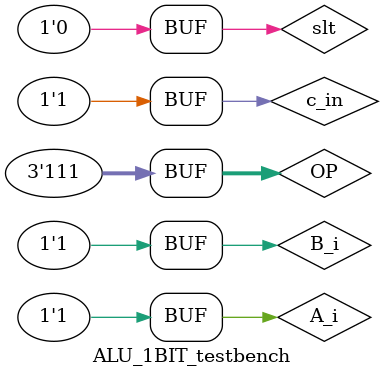
<source format=v>
`define DELAY 20
module ALU_1BIT_testbench(); 
reg A_i, B_i, c_in;
reg [2:0]OP; 
reg slt;
wire R, c_out;

ALU_1BIT alutb(R, c_out, A_i, B_i, c_in, OP , slt);

initial begin
A_i = 1'b1; B_i = 1'b0; c_in = 1'b0; OP = 3'b000; slt = 1'b0;
#`DELAY;
A_i = 1'b1; B_i = 1'b0; c_in = 1'b0; OP = 3'b001; slt = 1'b0;
#`DELAY;
A_i = 1'b1; B_i = 1'b1; c_in = 1'b0; OP = 3'b010; slt = 1'b0;
#`DELAY;
A_i = 1'b1; B_i = 1'b0; c_in = 1'b1; OP = 3'b110; slt = 1'b0;
#`DELAY;
A_i = 1'b1; B_i = 1'b1; c_in = 1'b1; OP = 3'b111; slt = 1'b0;
end
 
 
initial
begin
$monitor("time = %2d, A_i =%1b, B_i =%1b, c_in=%1b OP =%3b, SLT =%1b, R =%1b c_out =%1b", $time, A_i, B_i, c_in, OP , slt, R, c_out);
end
 
endmodule
</source>
